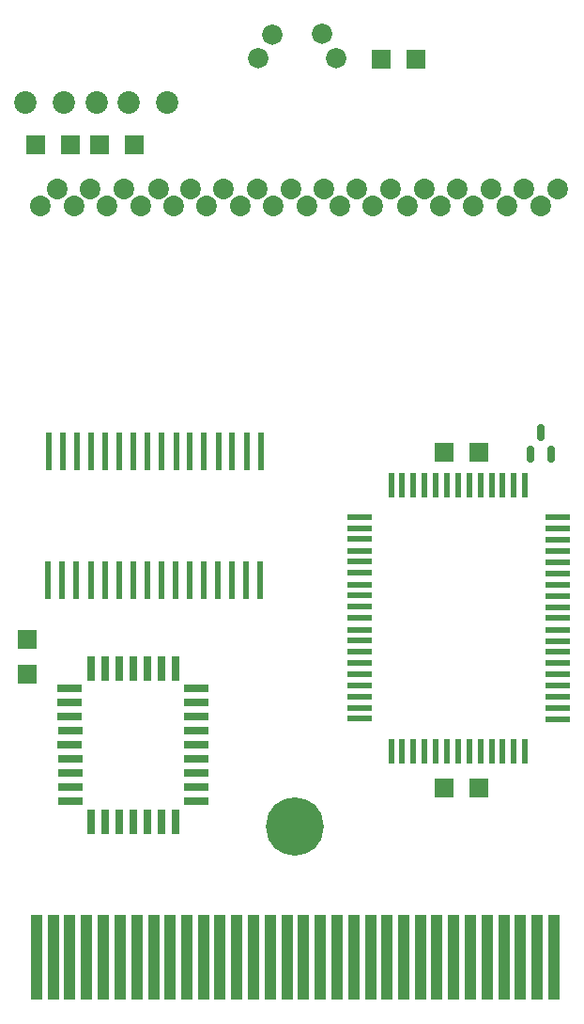
<source format=gbr>
%TF.GenerationSoftware,KiCad,Pcbnew,(6.0.2)*%
%TF.CreationDate,2022-06-30T06:38:00-05:00*%
%TF.ProjectId,REF1395A Optimized,52454631-3339-4354-9120-4f7074696d69,rev?*%
%TF.SameCoordinates,Original*%
%TF.FileFunction,Soldermask,Top*%
%TF.FilePolarity,Negative*%
%FSLAX46Y46*%
G04 Gerber Fmt 4.6, Leading zero omitted, Abs format (unit mm)*
G04 Created by KiCad (PCBNEW (6.0.2)) date 2022-06-30 06:38:00*
%MOMM*%
%LPD*%
G01*
G04 APERTURE LIST*
G04 Aperture macros list*
%AMRoundRect*
0 Rectangle with rounded corners*
0 $1 Rounding radius*
0 $2 $3 $4 $5 $6 $7 $8 $9 X,Y pos of 4 corners*
0 Add a 4 corners polygon primitive as box body*
4,1,4,$2,$3,$4,$5,$6,$7,$8,$9,$2,$3,0*
0 Add four circle primitives for the rounded corners*
1,1,$1+$1,$2,$3*
1,1,$1+$1,$4,$5*
1,1,$1+$1,$6,$7*
1,1,$1+$1,$8,$9*
0 Add four rect primitives between the rounded corners*
20,1,$1+$1,$2,$3,$4,$5,0*
20,1,$1+$1,$4,$5,$6,$7,0*
20,1,$1+$1,$6,$7,$8,$9,0*
20,1,$1+$1,$8,$9,$2,$3,0*%
G04 Aperture macros list end*
%ADD10R,2.220000X0.600000*%
%ADD11R,0.600000X2.220000*%
%ADD12C,1.860000*%
%ADD13R,1.670000X1.670000*%
%ADD14RoundRect,0.150000X0.150000X-0.587500X0.150000X0.587500X-0.150000X0.587500X-0.150000X-0.587500X0*%
%ADD15C,5.240000*%
%ADD16R,0.600000X3.420000*%
%ADD17C,1.830000*%
%ADD18R,1.100000X7.600000*%
%ADD19C,2.020000*%
%ADD20R,0.650000X2.300000*%
%ADD21R,2.300000X0.650000*%
G04 APERTURE END LIST*
D10*
%TO.C,U3*%
X152398000Y-99056000D03*
X152400000Y-100047000D03*
X152399000Y-101037000D03*
X152400000Y-102074000D03*
X152398000Y-103066000D03*
X152395000Y-104054000D03*
X152396000Y-105125000D03*
X152398000Y-106119000D03*
X152399000Y-107110000D03*
X152399000Y-108105000D03*
X152400000Y-109177000D03*
X152401000Y-110166000D03*
X152400000Y-111162000D03*
X152400000Y-112151000D03*
X152399000Y-113186000D03*
X152403000Y-114178000D03*
X152401000Y-115209000D03*
X152400000Y-116199000D03*
X152399000Y-117193000D03*
D11*
X155256000Y-120132000D03*
X156249000Y-120129000D03*
X157241000Y-120129000D03*
X158271000Y-120131000D03*
X159264000Y-120129000D03*
X160296000Y-120130000D03*
X161289000Y-120130000D03*
X162321000Y-120130000D03*
X163313000Y-120128000D03*
X164345000Y-120169000D03*
X165297000Y-120169000D03*
X166330000Y-120170000D03*
X167322000Y-120168000D03*
D10*
X170253000Y-117230000D03*
X170258000Y-116242000D03*
X170257000Y-115249000D03*
X170258000Y-114216000D03*
X170257000Y-113223000D03*
X170259000Y-112191000D03*
X170256000Y-111199000D03*
X170259000Y-110207000D03*
X170262000Y-109216000D03*
X170255000Y-108144000D03*
X170257000Y-107152000D03*
X170258000Y-106162000D03*
X170260000Y-105165000D03*
X170259000Y-104095000D03*
X170258000Y-103105000D03*
X170259000Y-102109000D03*
X170258000Y-101079000D03*
X170258000Y-100082000D03*
X170258000Y-99093000D03*
D11*
X167324000Y-96197000D03*
X166328000Y-96197000D03*
X165297000Y-96197000D03*
X164341000Y-96197000D03*
X163313000Y-96157000D03*
X162321000Y-96158000D03*
X161288000Y-96158000D03*
X160296000Y-96158000D03*
X159265000Y-96158000D03*
X158273000Y-96157000D03*
X157241000Y-96157000D03*
X156250000Y-96159000D03*
X155256000Y-96159000D03*
%TD*%
D12*
%TO.C,J2*%
X170263800Y-69521000D03*
X168717300Y-71029000D03*
X167248900Y-69520900D03*
X165700800Y-71027000D03*
X164230800Y-69521000D03*
X162684800Y-71029000D03*
X161216400Y-69520900D03*
X159666800Y-71028000D03*
X158240800Y-69522000D03*
X156692000Y-71029000D03*
X155183900Y-69520900D03*
X153631800Y-71029000D03*
X152167600Y-69520900D03*
X150617800Y-71029000D03*
X149231800Y-69520000D03*
X147680800Y-71030000D03*
X146210800Y-69521000D03*
X144665800Y-71028000D03*
X143196800Y-69522000D03*
X141648800Y-71030000D03*
X140180800Y-69520000D03*
X138635800Y-71028000D03*
X137202800Y-69519000D03*
X135658800Y-71029000D03*
X134267800Y-69524000D03*
X132716800Y-71027000D03*
X131171800Y-69522000D03*
X129664800Y-71029000D03*
X128157800Y-69522000D03*
X126650800Y-71037000D03*
X125135800Y-69522000D03*
X123632300Y-71029000D03*
%TD*%
D13*
%TO.C,R2*%
X154384000Y-57833000D03*
X157515000Y-57824000D03*
%TD*%
D14*
%TO.C,Q1*%
X168741000Y-91461500D03*
X169691000Y-93336500D03*
X167791000Y-93336500D03*
%TD*%
D15*
%TO.C,REF\u002A\u002A*%
X146580000Y-126866000D03*
%TD*%
D16*
%TO.C,U2*%
X124317500Y-104723000D03*
X125588500Y-104723000D03*
X126858500Y-104723000D03*
X128163500Y-104720000D03*
X129438500Y-104720000D03*
X130703500Y-104720000D03*
X131978500Y-104720000D03*
X133249500Y-104720000D03*
X134554500Y-104720000D03*
X135825500Y-104720000D03*
X137053500Y-104720000D03*
X138360500Y-104720000D03*
X139641500Y-104720000D03*
X140907500Y-104719000D03*
X142172500Y-104719000D03*
X143480500Y-104719000D03*
X143522500Y-93089000D03*
X142216500Y-93087000D03*
X140941500Y-93100000D03*
X139676500Y-93090000D03*
X138401500Y-93094000D03*
X137099500Y-93094000D03*
X135866500Y-93094000D03*
X134590500Y-93094000D03*
X133288500Y-93091000D03*
X132017500Y-93091000D03*
X130744500Y-93093000D03*
X129474500Y-93093000D03*
X128210500Y-93093000D03*
X126899500Y-93093000D03*
X125621500Y-93094000D03*
X124356500Y-93094000D03*
%TD*%
D13*
%TO.C,C1*%
X122415000Y-110053000D03*
X122424000Y-113184000D03*
%TD*%
D17*
%TO.C,SW1*%
X143279000Y-57730000D03*
X144552000Y-55587000D03*
X149003000Y-55547000D03*
X150309000Y-57730000D03*
%TD*%
D18*
%TO.C,J1*%
X123268000Y-138682000D03*
X124787000Y-138682000D03*
X126294000Y-138682000D03*
X127800000Y-138684000D03*
X129307000Y-138684000D03*
X130810000Y-138684000D03*
X132317000Y-138684000D03*
X133836000Y-138684000D03*
X135343000Y-138684000D03*
X136850000Y-138681000D03*
X138357000Y-138689000D03*
X139824000Y-138681000D03*
X141327000Y-138683000D03*
X142834000Y-138683000D03*
X144353000Y-138683000D03*
X145860000Y-138683000D03*
X147366000Y-138676000D03*
X148873000Y-138676000D03*
X150380000Y-138684000D03*
X151887000Y-138684000D03*
X153394000Y-138684000D03*
X154901000Y-138684000D03*
X156409000Y-138681000D03*
X157880000Y-138681000D03*
X159351000Y-138681000D03*
X160858000Y-138681000D03*
X162365000Y-138681000D03*
X163908000Y-138676000D03*
X165427000Y-138676000D03*
X166886000Y-138676000D03*
X168441000Y-138676000D03*
X169900000Y-138682000D03*
%TD*%
D13*
%TO.C,C3*%
X128968000Y-65551000D03*
X132099000Y-65542000D03*
%TD*%
%TO.C,I1*%
X163189000Y-93228000D03*
X160058000Y-93237000D03*
%TD*%
D19*
%TO.C,J3*%
X125709000Y-61703000D03*
X128682000Y-61706000D03*
X131585000Y-61705000D03*
X122252000Y-61705000D03*
X135034000Y-61707000D03*
%TD*%
D13*
%TO.C,R1*%
X126313500Y-65553500D03*
X123182500Y-65562500D03*
%TD*%
D20*
%TO.C,U1*%
X130725000Y-126468000D03*
X129453000Y-126463000D03*
X128185000Y-126463000D03*
D21*
X126297000Y-124647000D03*
X126298000Y-123376000D03*
X126298000Y-122104000D03*
X126299000Y-120836000D03*
X126292000Y-119563000D03*
X126297000Y-118299000D03*
X126293000Y-117023000D03*
X126293000Y-115758000D03*
X126293000Y-114482000D03*
D20*
X128183000Y-112664000D03*
X129454000Y-112663000D03*
X130727000Y-112664000D03*
X131995000Y-112664000D03*
X133264000Y-112663000D03*
X134533000Y-112667000D03*
X135802000Y-112664000D03*
D21*
X137693000Y-114488000D03*
X137696000Y-115758000D03*
X137694000Y-117025000D03*
X137696000Y-118296000D03*
X137695000Y-119569000D03*
X137694000Y-120835000D03*
X137693000Y-122105000D03*
X137695000Y-123376000D03*
X137695000Y-124645000D03*
D20*
X135805000Y-126466000D03*
X134535000Y-126466000D03*
X133266000Y-126467000D03*
X131994000Y-126465000D03*
%TD*%
D13*
%TO.C,C2*%
X163207000Y-123412000D03*
X160076000Y-123421000D03*
%TD*%
M02*

</source>
